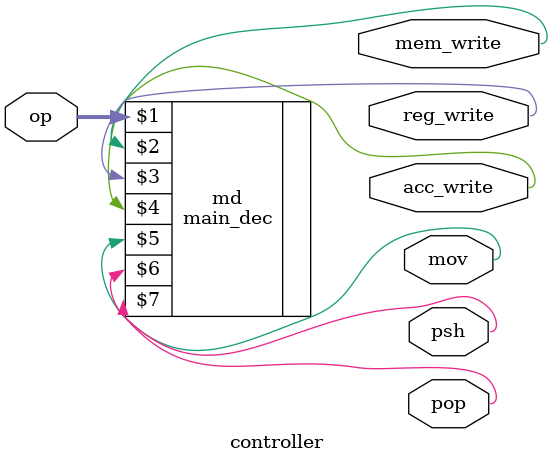
<source format=v>
`timescale 1ns / 1ps


module controller(
    input  [5:0] op,
    output       mem_write,
    output       reg_write,
    output       acc_write,
    output       mov,
    output       psh,
    output       pop
);

main_dec md(
    op,
    mem_write, reg_write, acc_write, mov, psh, pop
);

endmodule

</source>
